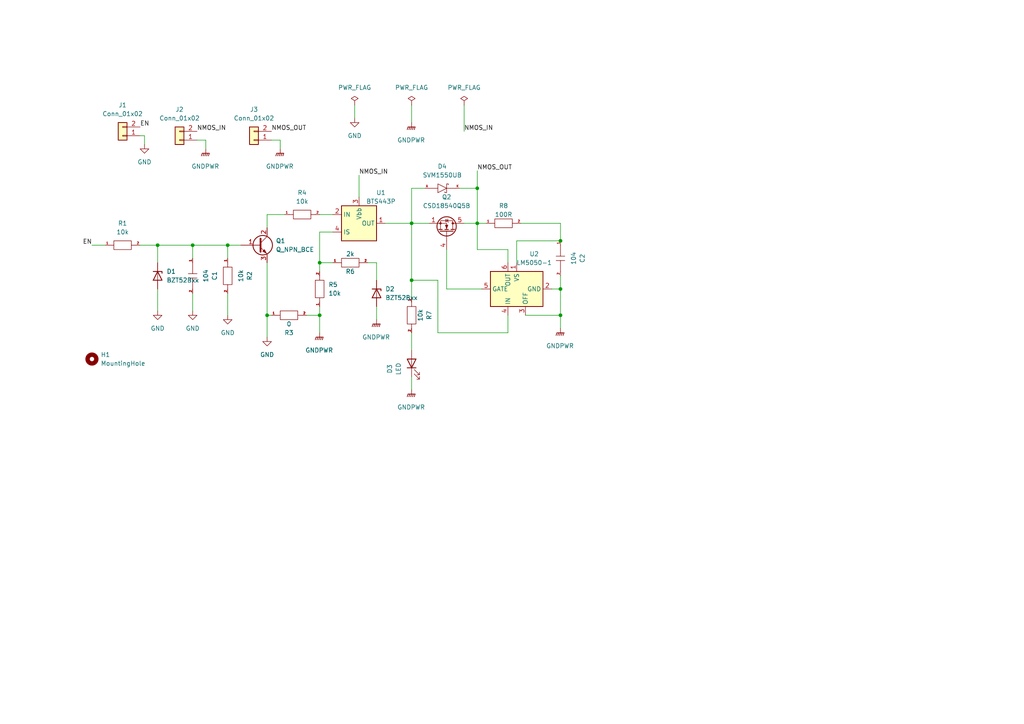
<source format=kicad_sch>
(kicad_sch (version 20211123) (generator eeschema)
  (paper "A4")
  (lib_symbols
    (symbol "Basic_passive_components:Capacitor" (pin_names (offset 1.016))
      (property "Reference" "C" (at -4.445 -2.54 0))
      (property "Value" "Capacitor" (at 0 2.54 0))
      (symbol "Capacitor_0_1"
        (polyline (pts (xy -3.81 0) (xy -0.635 0)))
        (polyline (pts (xy -0.635 1.27) (xy -0.635 -1.27)))
        (polyline (pts (xy 0.635 0) (xy 3.81 0)))
        (polyline (pts (xy 0.635 1.27) (xy 0.635 -1.27)))
      )
      (symbol "Capacitor_1_1"
        (pin passive line (at -5.08 0 0) (length 1.27) (name "~") (number "1"))
        (pin passive line (at 5.08 0 180) (length 1.27) (name "~") (number "2"))
      )
    )
    (symbol "Basic_passive_components:Resistor" (pin_names (offset 1.016))
      (property "Reference" "R" (at -4.445 -2.54 0))
      (property "Value" "Resistor" (at 0 2.54 0))
      (symbol "Resistor_0_1"
        (rectangle (start -2.54 1.27) (end 2.54 -1.27))
        (polyline (pts (xy -3.81 0) (xy -2.54 0)))
        (polyline (pts (xy 2.54 0) (xy 3.81 0)))
      )
      (symbol "Resistor_1_1"
        (pin passive line (at -5.08 0 0) (length 1.27) (name "~") (number "1"))
        (pin passive line (at 5.08 0 180) (length 1.27) (name "~") (number "2"))
      )
    )
    (symbol "Connector_Generic:Conn_01x02" (pin_names (offset 1.016) hide)
      (property "Reference" "J" (at 0 2.54 0))
      (property "Value" "Conn_01x02" (at 0 -5.08 0))
      (symbol "Conn_01x02_1_1"
        (rectangle (start -1.27 -2.413) (end 0 -2.667) (stroke (width 0.1524)))
        (rectangle (start -1.27 0.127) (end 0 -0.127) (stroke (width 0.1524)))
        (rectangle (start -1.27 1.27) (end 1.27 -3.81) (stroke (width 0.254)) (fill (type background)))
        (pin passive line (at -5.08 0 0) (length 3.81) (name "Pin_1") (number "1"))
        (pin passive line (at -5.08 -2.54 0) (length 3.81) (name "Pin_2") (number "2"))
      )
    )
    (symbol "Device:LED" (pin_numbers hide) (pin_names (offset 1.016) hide)
      (property "Reference" "D" (at 0 2.54 0))
      (property "Value" "LED" (at 0 -2.54 0))
      (symbol "LED_0_1"
        (polyline (pts (xy -1.27 -1.27) (xy -1.27 1.27)) (stroke (width 0.254)))
        (polyline (pts (xy -1.27 0) (xy 1.27 0)))
        (polyline (pts (xy 1.27 -1.27) (xy 1.27 1.27) (xy -1.27 0) (xy 1.27 -1.27)) (stroke (width 0.254)))
        (polyline (pts (xy -3.048 -0.762) (xy -4.572 -2.286) (xy -3.81 -2.286) (xy -4.572 -2.286) (xy -4.572 -1.524)))
        (polyline (pts (xy -1.778 -0.762) (xy -3.302 -2.286) (xy -2.54 -2.286) (xy -3.302 -2.286) (xy -3.302 -1.524)))
      )
      (symbol "LED_1_1"
        (pin passive line (at -3.81 0 0) (length 2.54) (name "K") (number "1"))
        (pin passive line (at 3.81 0 180) (length 2.54) (name "A") (number "2"))
      )
    )
    (symbol "Device:Q_NPN_BCE" (pin_names (offset 0) hide)
      (property "Reference" "Q" (at 5.08 1.27 0))
      (property "Value" "Q_NPN_BCE" (at 5.08 -1.27 0))
      (symbol "Q_NPN_BCE_0_1"
        (polyline (pts (xy 0.635 0.635) (xy 2.54 2.54)))
        (polyline (pts (xy 0.635 -0.635) (xy 2.54 -2.54) (xy 2.54 -2.54)))
        (polyline (pts (xy 0.635 1.905) (xy 0.635 -1.905) (xy 0.635 -1.905)) (stroke (width 0.508)))
        (polyline (pts (xy 1.27 -1.778) (xy 1.778 -1.27) (xy 2.286 -2.286) (xy 1.27 -1.778) (xy 1.27 -1.778)) (fill (type outline)))
        (circle (center 1.27 0) (radius 2.8194) (stroke (width 0.254)))
      )
      (symbol "Q_NPN_BCE_1_1"
        (pin input line (at -5.08 0 0) (length 5.715) (name "B") (number "1"))
        (pin passive line (at 2.54 5.08 270) (length 2.54) (name "C") (number "2"))
        (pin passive line (at 2.54 -5.08 90) (length 2.54) (name "E") (number "3"))
      )
    )
    (symbol "Diode:BZT52Bxx" (pin_numbers hide) (pin_names hide)
      (property "Reference" "D" (at 0 2.54 0))
      (property "Value" "BZT52Bxx" (at 0 -2.54 0))
      (symbol "BZT52Bxx_0_1"
        (polyline (pts (xy 1.27 0) (xy -1.27 0)))
        (polyline (pts (xy -1.27 -1.27) (xy -1.27 1.27) (xy -0.762 1.27)) (stroke (width 0.254)))
        (polyline (pts (xy 1.27 -1.27) (xy 1.27 1.27) (xy -1.27 0) (xy 1.27 -1.27)) (stroke (width 0.254)))
      )
      (symbol "BZT52Bxx_1_1"
        (pin passive line (at -3.81 0 0) (length 2.54) (name "K") (number "1"))
        (pin passive line (at 3.81 0 180) (length 2.54) (name "A") (number "2"))
      )
    )
    (symbol "Mechanical:MountingHole" (pin_names (offset 1.016))
      (property "Reference" "H" (at 0 5.08 0))
      (property "Value" "MountingHole" (at 0 3.175 0))
      (symbol "MountingHole_0_1"
        (circle (center 0 0) (radius 1.27) (stroke (width 1.27)))
      )
    )
    (symbol "Power_Management:BTS443P"
      (property "Reference" "U" (at -5.08 6.35 0))
      (property "Value" "BTS443P" (at 8.89 6.35 0))
      (symbol "BTS443P_0_1"
        (rectangle (start -5.08 5.08) (end 5.08 -5.08) (stroke (width 0.254)) (fill (type background)))
      )
      (symbol "BTS443P_1_1"
        (pin power_out line (at 7.62 0 180) (length 2.54) (name "OUT") (number "1"))
        (pin input line (at -7.62 2.54 0) (length 2.54) (name "IN") (number "2"))
        (pin power_in line (at 0 7.62 270) (length 2.54) (name "Vbb") (number "3"))
        (pin output line (at -7.62 -2.54 0) (length 2.54) (name "IS") (number "4"))
        (pin passive line (at 7.62 0 180) (length 2.54) hide (name "OUT") (number "5"))
      )
    )
    (symbol "Power_Management:LM5050-1"
      (property "Reference" "U" (at -5.08 8.89 0))
      (property "Value" "LM5050-1" (at 1.27 8.89 0))
      (symbol "LM5050-1_0_1"
        (rectangle (start -5.08 7.62) (end 5.08 -7.62) (stroke (width 0.254)) (fill (type background)))
      )
      (symbol "LM5050-1_1_1"
        (pin passive line (at 7.62 0 180) (length 2.54) (name "VS") (number "1"))
        (pin power_in line (at 0 -10.16 90) (length 2.54) (name "GND") (number "2"))
        (pin input line (at -7.62 -2.54 0) (length 2.54) (name "OFF") (number "3"))
        (pin input line (at -7.62 2.54 0) (length 2.54) (name "IN") (number "4"))
        (pin output line (at 0 10.16 270) (length 2.54) (name "GATE") (number "5"))
        (pin input line (at 7.62 2.54 180) (length 2.54) (name "OUT") (number "6"))
      )
    )
    (symbol "Power_diode:SVM1550UB" (pin_names (offset 1.016) hide)
      (property "Reference" "D" (at -4.445 -2.54 0))
      (property "Value" "SVM1550UB" (at 0 2.54 0))
      (symbol "SVM1550UB_0_1"
        (polyline (pts (xy -0.762 1.016) (xy -0.762 1.27) (xy -1.27 1.27) (xy -1.27 -1.27) (xy -1.778 -1.27) (xy -1.778 -1.016)))
      )
      (symbol "SVM1550UB_1_1"
        (polyline (pts (xy -3.81 0) (xy -1.27 0)))
        (polyline (pts (xy 1.27 0) (xy 3.81 0)))
        (polyline (pts (xy 1.27 1.27) (xy -1.27 0) (xy 1.27 -1.27) (xy 1.27 1.27)))
        (pin passive line (at 5.08 0 180) (length 1.27) (name "Anode") (number "A"))
        (pin passive line (at -5.08 0 0) (length 1.27) (name "Cathode") (number "K"))
      )
    )
    (symbol "Transistor_FET:CSD18540Q5B" (pin_names hide)
      (property "Reference" "Q" (at 5.08 1.905 0))
      (property "Value" "CSD18540Q5B" (at 5.08 0 0))
      (symbol "CSD18540Q5B_0_1"
        (polyline (pts (xy 0.254 0) (xy -2.54 0)))
        (polyline (pts (xy 0.254 1.905) (xy 0.254 -1.905)) (stroke (width 0.254)))
        (polyline (pts (xy 0.762 -1.27) (xy 0.762 -2.286)) (stroke (width 0.254)))
        (polyline (pts (xy 0.762 0.508) (xy 0.762 -0.508)) (stroke (width 0.254)))
        (polyline (pts (xy 0.762 2.286) (xy 0.762 1.27)) (stroke (width 0.254)))
        (polyline (pts (xy 2.54 2.54) (xy 2.54 1.778)))
        (polyline (pts (xy 2.54 -2.54) (xy 2.54 0) (xy 0.762 0)))
        (polyline (pts (xy 0.762 -1.778) (xy 3.302 -1.778) (xy 3.302 1.778) (xy 0.762 1.778)))
        (polyline (pts (xy 1.016 0) (xy 2.032 0.381) (xy 2.032 -0.381) (xy 1.016 0)) (fill (type outline)))
        (polyline (pts (xy 2.794 0.508) (xy 2.921 0.381) (xy 3.683 0.381) (xy 3.81 0.254)))
        (polyline (pts (xy 3.302 0.381) (xy 2.921 -0.254) (xy 3.683 -0.254) (xy 3.302 0.381)))
        (circle (center 1.651 0) (radius 2.794) (stroke (width 0.254)))
        (circle (center 2.54 -1.778) (radius 0.254) (fill (type outline)))
        (circle (center 2.54 1.778) (radius 0.254) (fill (type outline)))
      )
      (symbol "CSD18540Q5B_1_1"
        (pin passive line (at 2.54 -5.08 90) (length 2.54) (name "S") (number "1"))
        (pin passive line (at 2.54 -5.08 90) (length 2.54) hide (name "S") (number "2"))
        (pin passive line (at 2.54 -5.08 90) (length 2.54) hide (name "S") (number "3"))
        (pin passive line (at -5.08 0 0) (length 2.54) (name "G") (number "4"))
        (pin passive line (at 2.54 5.08 270) (length 2.54) (name "D") (number "5"))
      )
    )
    (symbol "power:GND" (power) (pin_names (offset 0))
      (property "Value" "GND" (at 0 -3.81 0))
      (symbol "GND_0_1"
        (polyline (pts (xy 0 0) (xy 0 -1.27) (xy 1.27 -1.27) (xy 0 -2.54) (xy -1.27 -1.27) (xy 0 -1.27)))
      )
      (symbol "GND_1_1"
        (pin power_in line (at 0 0 270) (length 0) hide (name "GND") (number "1"))
      )
    )
    (symbol "power:GNDPWR" (power) (pin_names (offset 0))
      (property "Value" "GNDPWR" (at 0 -3.302 0))
      (symbol "GNDPWR_0_1"
        (polyline (pts (xy 0 -1.27) (xy 0 0)))
        (polyline (pts (xy -1.016 -1.27) (xy -1.27 -2.032) (xy -1.27 -2.032)) (stroke (width 0.2032)))
        (polyline (pts (xy -0.508 -1.27) (xy -0.762 -2.032) (xy -0.762 -2.032)) (stroke (width 0.2032)))
        (polyline (pts (xy 0 -1.27) (xy -0.254 -2.032) (xy -0.254 -2.032)) (stroke (width 0.2032)))
        (polyline (pts (xy 0.508 -1.27) (xy 0.254 -2.032) (xy 0.254 -2.032)) (stroke (width 0.2032)))
        (polyline (pts (xy 1.016 -1.27) (xy -1.016 -1.27) (xy -1.016 -1.27)) (stroke (width 0.2032)))
        (polyline (pts (xy 1.016 -1.27) (xy 0.762 -2.032) (xy 0.762 -2.032) (xy 0.762 -2.032)) (stroke (width 0.2032)))
      )
      (symbol "GNDPWR_1_1"
        (pin power_in line (at 0 0 270) (length 0) hide (name "GNDPWR") (number "1"))
      )
    )
    (symbol "power:PWR_FLAG" (power) (pin_numbers hide) (pin_names (offset 0) hide)
      (property "Value" "PWR_FLAG" (at 0 3.81 0))
      (symbol "PWR_FLAG_0_0"
        (pin power_out line (at 0 0 90) (length 0) (name "pwr") (number "1"))
      )
      (symbol "PWR_FLAG_0_1"
        (polyline (pts (xy 0 0) (xy 0 1.27) (xy -1.016 1.905) (xy 0 2.54) (xy 1.016 1.905) (xy 0 1.27)))
      )
    )
  )
  (junction (at 138.43 54.61))
  (junction (at 119.38 81.28))
  (junction (at 138.43 64.77))
  (junction (at 119.38 64.77))
  (junction (at 92.71 76.2))
  (junction (at 162.56 83.82))
  (junction (at 66.04 71.12))
  (junction (at 55.88 71.12))
  (junction (at 92.71 91.44))
  (junction (at 162.56 69.85))
  (junction (at 162.56 91.44))
  (junction (at 77.47 91.44))
  (junction (at 45.72 71.12))
  (wire (pts (xy 40.64 39.37) (xy 41.91 39.37)))
  (wire (pts (xy 138.43 72.39) (xy 138.43 64.77)))
  (wire (pts (xy 92.71 76.2) (xy 96.52 76.2)))
  (wire (pts (xy 111.76 64.77) (xy 119.38 64.77)))
  (wire (pts (xy 147.32 76.2) (xy 147.32 72.39)))
  (wire (pts (xy 66.04 74.93) (xy 66.04 71.12)))
  (wire (pts (xy 147.32 72.39) (xy 138.43 72.39)))
  (wire (pts (xy 45.72 71.12) (xy 45.72 76.2)))
  (wire (pts (xy 138.43 49.53) (xy 138.43 54.61)))
  (wire (pts (xy 77.47 66.04) (xy 77.47 62.23)))
  (wire (pts (xy 40.64 71.12) (xy 45.72 71.12)))
  (wire (pts (xy 96.52 67.31) (xy 92.71 67.31)))
  (wire (pts (xy 92.71 76.2) (xy 92.71 78.74)))
  (wire (pts (xy 162.56 91.44) (xy 162.56 83.82)))
  (wire (pts (xy 109.22 76.2) (xy 109.22 81.28)))
  (wire (pts (xy 133.35 54.61) (xy 138.43 54.61)))
  (wire (pts (xy 151.13 64.77) (xy 162.56 64.77)))
  (wire (pts (xy 66.04 85.09) (xy 66.04 91.44)))
  (wire (pts (xy 66.04 71.12) (xy 55.88 71.12)))
  (wire (pts (xy 119.38 109.22) (xy 119.38 113.03)))
  (wire (pts (xy 59.69 40.64) (xy 59.69 43.18)))
  (wire (pts (xy 92.71 91.44) (xy 92.71 96.52)))
  (wire (pts (xy 88.9 91.44) (xy 92.71 91.44)))
  (wire (pts (xy 77.47 91.44) (xy 77.47 97.79)))
  (wire (pts (xy 55.88 71.12) (xy 45.72 71.12)))
  (wire (pts (xy 149.86 69.85) (xy 162.56 69.85)))
  (wire (pts (xy 92.71 62.23) (xy 96.52 62.23)))
  (wire (pts (xy 78.74 40.64) (xy 81.28 40.64)))
  (wire (pts (xy 77.47 62.23) (xy 82.55 62.23)))
  (wire (pts (xy 57.15 40.64) (xy 59.69 40.64)))
  (wire (pts (xy 26.67 71.12) (xy 30.48 71.12)))
  (wire (pts (xy 162.56 91.44) (xy 162.56 95.25)))
  (wire (pts (xy 127 81.28) (xy 119.38 81.28)))
  (wire (pts (xy 119.38 64.77) (xy 124.46 64.77)))
  (wire (pts (xy 92.71 91.44) (xy 92.71 88.9)))
  (wire (pts (xy 162.56 64.77) (xy 162.56 69.85)))
  (wire (pts (xy 55.88 85.09) (xy 55.88 90.17)))
  (wire (pts (xy 119.38 81.28) (xy 119.38 86.36)))
  (wire (pts (xy 66.04 71.12) (xy 69.85 71.12)))
  (wire (pts (xy 134.62 64.77) (xy 138.43 64.77)))
  (wire (pts (xy 119.38 54.61) (xy 119.38 64.77)))
  (wire (pts (xy 160.02 83.82) (xy 162.56 83.82)))
  (wire (pts (xy 129.54 83.82) (xy 139.7 83.82)))
  (wire (pts (xy 55.88 74.93) (xy 55.88 71.12)))
  (wire (pts (xy 45.72 83.82) (xy 45.72 90.17)))
  (wire (pts (xy 102.87 30.48) (xy 102.87 34.29)))
  (wire (pts (xy 149.86 76.2) (xy 149.86 69.85)))
  (wire (pts (xy 119.38 64.77) (xy 119.38 81.28)))
  (wire (pts (xy 127 96.52) (xy 127 81.28)))
  (wire (pts (xy 134.62 30.48) (xy 134.62 38.1)))
  (wire (pts (xy 106.68 76.2) (xy 109.22 76.2)))
  (wire (pts (xy 41.91 39.37) (xy 41.91 41.91)))
  (wire (pts (xy 147.32 91.44) (xy 147.32 96.52)))
  (wire (pts (xy 147.32 96.52) (xy 127 96.52)))
  (wire (pts (xy 104.14 50.8) (xy 104.14 57.15)))
  (wire (pts (xy 119.38 54.61) (xy 123.19 54.61)))
  (wire (pts (xy 109.22 88.9) (xy 109.22 92.71)))
  (wire (pts (xy 138.43 54.61) (xy 138.43 64.77)))
  (wire (pts (xy 162.56 83.82) (xy 162.56 80.01)))
  (wire (pts (xy 81.28 40.64) (xy 81.28 43.18)))
  (wire (pts (xy 77.47 91.44) (xy 78.74 91.44)))
  (wire (pts (xy 129.54 72.39) (xy 129.54 83.82)))
  (wire (pts (xy 119.38 30.48) (xy 119.38 35.56)))
  (wire (pts (xy 119.38 96.52) (xy 119.38 101.6)))
  (wire (pts (xy 138.43 64.77) (xy 140.97 64.77)))
  (wire (pts (xy 77.47 76.2) (xy 77.47 91.44)))
  (wire (pts (xy 152.4 91.44) (xy 162.56 91.44)))
  (wire (pts (xy 92.71 67.31) (xy 92.71 76.2)))
  (label "NMOS_IN" (at 104.14 50.8 0))
  (label "EN" (at 40.64 36.83 0))
  (label "NMOS_OUT" (at 78.74 38.1 0))
  (label "EN" (at 26.67 71.12 180))
  (label "NMOS_IN" (at 134.62 38.1 0))
  (label "NMOS_OUT" (at 138.43 49.53 0))
  (label "NMOS_IN" (at 57.15 38.1 0))
  (symbol (lib_id "power:PWR_FLAG") (at 119.38 30.48 0) (unit 1)
    (property "Reference" "#FLG02" (effects hide))
    (property "Value" "PWR_FLAG" (at 119.38 25.4 0))
  )
  (symbol (lib_id "Basic_passive_components:Resistor") (at 87.63 62.23 0) (unit 1)
    (property "Reference" "R4" (at 87.63 55.88 0))
    (property "Value" "10k" (at 87.63 58.42 0))
    (property "Footprint" "Resistor_SMD:R_0402_1005Metric" (effects hide))
  )
  (symbol (lib_id "Device:Q_NPN_BCE") (at 74.93 71.12 0) (unit 1)
    (property "Reference" "Q1" (at 80.01 69.8499 0) (effects (justify left)))
    (property "Value" "Q_NPN_BCE" (at 80.01 72.3899 0) (effects (justify left)))
    (property "Footprint" "Package_TO_SOT_SMD:TSOT-23" (effects hide))
  )
  (symbol (lib_id "power:PWR_FLAG") (at 102.87 30.48 0) (unit 1)
    (property "Reference" "#FLG01" (effects hide))
    (property "Value" "PWR_FLAG" (at 102.87 25.4 0))
  )
  (symbol (lib_id "Connector_Generic:Conn_01x02") (at 35.56 39.37 180) (unit 1)
    (property "Reference" "J1" (at 35.56 30.48 0))
    (property "Value" "Conn_01x02" (at 35.56 33.02 0))
    (property "Footprint" "Connector_AMASS:AMASS_XT30UPB-M_1x02_P5.0mm_Vertical" (effects hide))
  )
  (symbol (lib_id "Connector_Generic:Conn_01x02") (at 52.07 40.64 180) (unit 1)
    (property "Reference" "J2" (at 52.07 31.75 0))
    (property "Value" "Conn_01x02" (at 52.07 34.29 0))
    (property "Footprint" "Connector_AMASS:AMASS_XT60-M_1x02_P7.20mm_Vertical" (effects hide))
  )
  (symbol (lib_id "Basic_passive_components:Resistor") (at 92.71 83.82 90) (unit 1)
    (property "Reference" "R5" (at 95.25 82.5499 90) (effects (justify right)))
    (property "Value" "10k" (at 95.25 85.0899 90) (effects (justify right)))
    (property "Footprint" "Resistor_SMD:R_0402_1005Metric" (effects hide))
  )
  (symbol (lib_id "power:GND") (at 77.47 97.79 0) (unit 1)
    (property "Reference" "#PWR011" (effects hide))
    (property "Value" "GND" (at 77.47 102.87 0))
  )
  (symbol (lib_id "power:GNDPWR") (at 81.28 43.18 0) (unit 1)
    (property "Reference" "#PWR06" (effects hide))
    (property "Value" "GNDPWR" (at 81.153 48.26 0))
  )
  (symbol (lib_id "Basic_passive_components:Resistor") (at 35.56 71.12 0) (unit 1)
    (property "Reference" "R1" (at 35.56 64.77 0))
    (property "Value" "10k" (at 35.56 67.31 0))
    (property "Footprint" "Resistor_SMD:R_0402_1005Metric" (effects hide))
  )
  (symbol (lib_id "power:GNDPWR") (at 59.69 43.18 0) (unit 1)
    (property "Reference" "#PWR04" (effects hide))
    (property "Value" "GNDPWR" (at 59.563 48.26 0))
  )
  (symbol (lib_id "Diode:BZT52Bxx") (at 45.72 80.01 270) (unit 1)
    (property "Reference" "D1" (at 48.3188 78.7399 90) (effects (justify left)))
    (property "Value" "BZT52Bxx" (at 48.3188 81.2799 90) (effects (justify left)))
    (property "Footprint" "Diode_SMD:D_SOD-123F" (effects hide))
    (property "Datasheet" "https://diotec.com/tl_files/diotec/files/pdf/datasheets/bzt52b2v4.pdf" (effects hide))
  )
  (symbol (lib_id "power:GND") (at 41.91 41.91 0) (unit 1)
    (property "Reference" "#PWR01" (effects hide))
    (property "Value" "GND" (at 41.91 46.99 0))
  )
  (symbol (lib_id "power:GNDPWR") (at 119.38 35.56 0) (unit 1)
    (property "Reference" "#PWR013" (effects hide))
    (property "Value" "GNDPWR" (at 119.253 40.64 0))
  )
  (symbol (lib_id "Power_diode:SVM1550UB") (at 128.27 54.61 180) (unit 1)
    (property "Reference" "D4" (at 128.27 48.26 0))
    (property "Value" "SVM1550UB" (at 128.27 50.8 0))
    (property "Footprint" "POWER_DIODE_SMD:TO-277A" (effects hide))
  )
  (symbol (lib_id "Basic_passive_components:Resistor") (at 101.6 76.2 0) (unit 1)
    (property "Reference" "R6" (at 101.6 78.74 0))
    (property "Value" "2k" (at 101.6 73.66 0))
    (property "Footprint" "Resistor_SMD:R_0402_1005Metric" (effects hide))
  )
  (symbol (lib_id "Basic_passive_components:Resistor") (at 66.04 80.01 270) (unit 1)
    (property "Reference" "R2" (at 72.39 80.01 0))
    (property "Value" "10k" (at 69.85 80.01 0))
    (property "Footprint" "Resistor_SMD:R_0402_1005Metric" (effects hide))
  )
  (symbol (lib_id "power:GNDPWR") (at 162.56 95.25 0) (unit 1)
    (property "Reference" "#PWR010" (effects hide))
    (property "Value" "GNDPWR" (at 162.433 100.33 0))
  )
  (symbol (lib_id "power:GND") (at 45.72 90.17 0) (unit 1)
    (property "Reference" "#PWR02" (effects hide))
    (property "Value" "GND" (at 45.72 95.25 0))
  )
  (symbol (lib_id "power:GND") (at 66.04 91.44 0) (unit 1)
    (property "Reference" "#PWR05" (effects hide))
    (property "Value" "GND" (at 66.04 96.52 0))
  )
  (symbol (lib_id "Device:LED") (at 119.38 105.41 90) (unit 1)
    (property "Reference" "D3" (at 113.03 106.9975 0))
    (property "Value" "LED" (at 115.57 106.9975 0))
    (property "Footprint" "LED_SMD:LED_0603_1608Metric" (effects hide))
  )
  (symbol (lib_id "power:GNDPWR") (at 92.71 96.52 0) (unit 1)
    (property "Reference" "#PWR07" (effects hide))
    (property "Value" "GNDPWR" (at 92.583 101.6 0))
  )
  (symbol (lib_id "power:GNDPWR") (at 119.38 113.03 0) (unit 1)
    (property "Reference" "#PWR09" (effects hide))
    (property "Value" "GNDPWR" (at 119.253 118.11 0))
  )
  (symbol (lib_id "Basic_passive_components:Capacitor") (at 55.88 80.01 270) (unit 1)
    (property "Reference" "C1" (at 62.23 80.01 0))
    (property "Value" "104" (at 59.69 80.01 0))
    (property "Footprint" "Capacitor_SMD:C_0402_1005Metric" (effects hide))
  )
  (symbol (lib_id "Mechanical:MountingHole") (at 26.67 104.14 0) (unit 1)
    (property "Reference" "H1" (at 29.21 102.8699 0) (effects (justify left)))
    (property "Value" "MountingHole" (at 29.21 105.4099 0) (effects (justify left)))
    (property "Footprint" "MountingHole:MountingHole_3.2mm_M3" (effects hide))
  )
  (symbol (lib_id "power:PWR_FLAG") (at 134.62 30.48 0) (unit 1)
    (property "Reference" "#FLG0101" (effects hide))
    (property "Value" "PWR_FLAG" (at 134.62 25.4 0))
  )
  (symbol (lib_id "Connector_Generic:Conn_01x02") (at 73.66 40.64 180) (unit 1)
    (property "Reference" "J3" (at 73.66 31.75 0))
    (property "Value" "Conn_01x02" (at 73.66 34.29 0))
    (property "Footprint" "Connector_AMASS:AMASS_XT60-F_1x02_P7.20mm_Vertical" (effects hide))
  )
  (symbol (lib_id "power:GND") (at 102.87 34.29 0) (unit 1)
    (property "Reference" "#PWR012" (effects hide))
    (property "Value" "GND" (at 102.87 39.37 0))
  )
  (symbol (lib_id "Transistor_FET:CSD18540Q5B") (at 129.54 67.31 270) (mirror x) (unit 1)
    (property "Reference" "Q2" (at 129.54 57.15 90))
    (property "Value" "CSD18540Q5B" (at 129.54 59.69 90))
    (property "Footprint" "Package_TO_SOT_SMD:TDSON-8-1" (effects hide))
    (property "Datasheet" "http://www.ti.com/lit/gpn/csd18540q5b" (effects hide))
  )
  (symbol (lib_id "Basic_passive_components:Capacitor") (at 162.56 74.93 270) (unit 1)
    (property "Reference" "C2" (at 168.91 74.93 0))
    (property "Value" "104" (at 166.37 74.93 0))
    (property "Footprint" "Capacitor_SMD:C_0402_1005Metric" (effects hide))
  )
  (symbol (lib_id "power:GND") (at 55.88 90.17 0) (unit 1)
    (property "Reference" "#PWR03" (effects hide))
    (property "Value" "GND" (at 55.88 95.25 0))
  )
  (symbol (lib_id "Diode:BZT52Bxx") (at 109.22 85.09 270) (unit 1)
    (property "Reference" "D2" (at 111.76 83.8199 90) (effects (justify left)))
    (property "Value" "BZT52Bxx" (at 111.76 86.3599 90) (effects (justify left)))
    (property "Footprint" "Diode_SMD:D_SOD-123F" (effects hide))
    (property "Datasheet" "https://diotec.com/tl_files/diotec/files/pdf/datasheets/bzt52b2v4.pdf" (effects hide))
  )
  (symbol (lib_id "Power_Management:LM5050-1") (at 149.86 83.82 90) (unit 1)
    (property "Reference" "U2" (at 154.94 73.66 90))
    (property "Value" "LM5050-1" (at 154.94 76.2 90))
    (property "Footprint" "Package_TO_SOT_SMD:TSOT-23-6" (effects hide))
    (property "Datasheet" "http://www.ti.com/lit/ds/symlink/lm5050-1-q1.pdf" (effects hide))
  )
  (symbol (lib_id "power:GNDPWR") (at 109.22 92.71 0) (unit 1)
    (property "Reference" "#PWR08" (effects hide))
    (property "Value" "GNDPWR" (at 109.093 97.79 0))
  )
  (symbol (lib_id "Basic_passive_components:Resistor") (at 119.38 91.44 270) (unit 1)
    (property "Reference" "R7" (at 124.46 91.44 0))
    (property "Value" "10k" (at 121.92 91.44 0))
    (property "Footprint" "Resistor_SMD:R_0402_1005Metric" (effects hide))
  )
  (symbol (lib_id "Basic_passive_components:Resistor") (at 146.05 64.77 0) (unit 1)
    (property "Reference" "R8" (at 146.05 59.69 0))
    (property "Value" "100R" (at 146.05 62.23 0))
    (property "Footprint" "Resistor_SMD:R_0402_1005Metric" (effects hide))
  )
  (symbol (lib_id "Basic_passive_components:Resistor") (at 83.82 91.44 0) (unit 1)
    (property "Reference" "R3" (at 83.82 96.52 0))
    (property "Value" "0" (at 83.82 93.98 0))
    (property "Footprint" "Resistor_SMD:R_0603_1608Metric" (effects hide))
  )
  (symbol (lib_id "Power_Management:BTS443P") (at 104.14 64.77 0) (unit 1)
    (property "Reference" "U1" (at 110.49 55.88 0))
    (property "Value" "BTS443P" (at 110.49 58.42 0))
    (property "Footprint" "Package_TO_SOT_SMD:TO-252-4" (effects hide))
    (property "Datasheet" "http://www.infineon.com/dgdl/Infineon-BTS443P-DS-v01_00-EN.pdf?fileId=5546d4625a888733015aa9afbc5035d5" (effects hide))
  )
)
</source>
